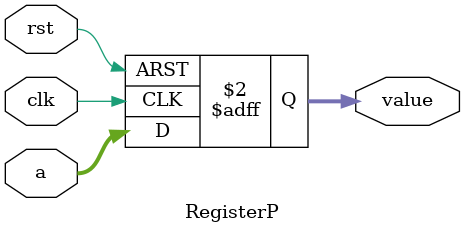
<source format=sv>
module RegisterP(input logic [9:0] a, input logic clk, input logic rst, output logic [9:0] value);

	always_ff @(posedge clk, posedge rst)
		if(rst)
			value<= 10'b0;
		else
			value <= a;
			
endmodule 
</source>
